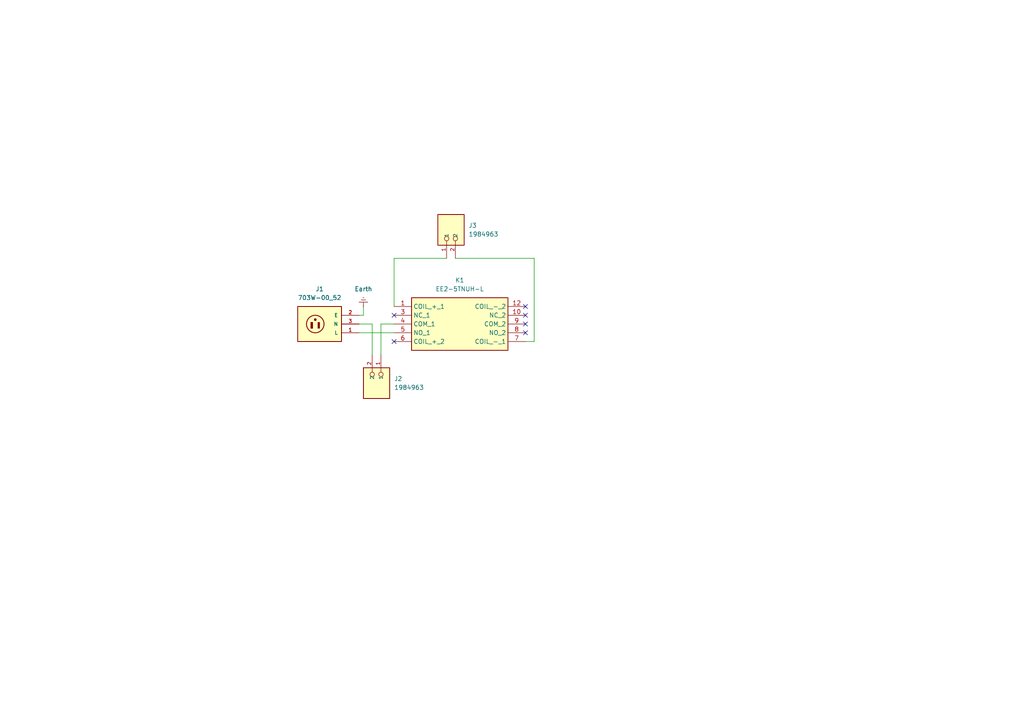
<source format=kicad_sch>
(kicad_sch (version 20231120) (generator "eeschema") (generator_version "8.0")
  (paper "A4")
  (lib_symbols
    (symbol "703W-00_52:703W-00_52" (pin_names (offset 1.016))
      (property "Reference" "J" (at -5.0817 5.5899 0))
      (property "Value" "703W-00_52" (at -5.0813 -7.6219 0))
      (symbol "703W-00_52_0_0"
        (rectangle (start -5.08 -5.08) (end 7.62 5.08) (stroke (width 0.254)) (fill (type background)))
        (rectangle (start 1.27 -0.508) (end 1.778 1.27) (stroke (width 0.1)) (fill (type outline)))
        (circle (center 2.54 -1.27) (radius 0.1778) (stroke (width 0.254)))
        (circle (center 2.54 -1.27) (radius 0.254) (stroke (width 0.254)))
        (circle (center 2.54 0) (radius 2.54) (stroke (width 0.254)))
        (rectangle (start 3.302 -0.508) (end 3.81 1.27) (stroke (width 0.1)) (fill (type outline)))
        (rectangle (start 3.302 -0.508) (end 3.81 1.27) (stroke (width 0.1)) (fill (type outline)))
        (pin power_in line (at -10.16 2.54 0) (length 5.08) (name "L") (number "1"))
        (pin power_in line (at -10.16 -2.54 0) (length 5.08) (name "E") (number "2"))
        (pin power_in line (at -10.16 0 0) (length 5.08) (name "N") (number "3"))
      )
    )
    (symbol "CONN_1984963:1984963" (pin_names (offset 1.016))
      (property "Reference" "J" (at -2.54 3.302 0))
      (property "Value" "1984963" (at -2.54 -7.62 0))
      (symbol "1984963_0_0"
        (rectangle (start -3.81 -5.08) (end 5.08 2.54) (stroke (width 0.254)) (fill (type background)))
        (circle (center -1.905 -2.54) (radius 0.635) (stroke (width 0.1524)))
        (circle (center -1.905 0) (radius 0.635) (stroke (width 0.1524)))
        (pin passive line (at -7.62 0 0) (length 5.08) (name "1") (number "1"))
        (pin passive line (at -7.62 -2.54 0) (length 5.08) (name "2") (number "2"))
      )
    )
    (symbol "EE2-5TNUH-L:EE2-5TNUH-L"
      (property "Reference" "K" (at 34.29 7.62 0))
      (property "Value" "EE2-5TNUH-L" (at 34.29 5.08 0))
      (symbol "EE2-5TNUH-L_1_1"
        (rectangle (start 5.08 2.54) (end 33.02 -12.7) (stroke (width 0.254)) (fill (type background)))
        (pin passive line (at 0 0 0) (length 5.08) (name "COIL_+_1") (number "1"))
        (pin passive line (at 38.1 -2.54 180) (length 5.08) (name "NC_2") (number "10"))
        (pin passive line (at 38.1 0 180) (length 5.08) (name "COIL_-_2") (number "12"))
        (pin passive line (at 0 -2.54 0) (length 5.08) (name "NC_1") (number "3"))
        (pin passive line (at 0 -5.08 0) (length 5.08) (name "COM_1") (number "4"))
        (pin passive line (at 0 -7.62 0) (length 5.08) (name "NO_1") (number "5"))
        (pin passive line (at 0 -10.16 0) (length 5.08) (name "COIL_+_2") (number "6"))
        (pin passive line (at 38.1 -10.16 180) (length 5.08) (name "COIL_-_1") (number "7"))
        (pin passive line (at 38.1 -7.62 180) (length 5.08) (name "NO_2") (number "8"))
        (pin passive line (at 38.1 -5.08 180) (length 5.08) (name "COM_2") (number "9"))
      )
    )
    (symbol "power:Earth" (power) (pin_numbers hide) (pin_names (offset 0) hide)
      (property "Value" "Earth" (at 0 -3.81 0))
      (symbol "Earth_0_1"
        (polyline (pts (xy -0.635 -1.905) (xy 0.635 -1.905)))
        (polyline (pts (xy -0.127 -2.54) (xy 0.127 -2.54)))
        (polyline (pts (xy 0 -1.27) (xy 0 0)))
        (polyline (pts (xy 1.27 -1.27) (xy -1.27 -1.27)))
      )
      (symbol "Earth_1_1"
        (pin power_in line (at 0 0 270) (length 0) (name "~") (number "1"))
      )
    )
  )
  (no_connect (at 152.4 93.98))
  (no_connect (at 152.4 91.44))
  (no_connect (at 152.4 88.9))
  (no_connect (at 114.3 91.44))
  (no_connect (at 114.3 99.06))
  (no_connect (at 152.4 96.52))
  (wire (pts (xy 114.3 93.98) (xy 110.49 93.98)))
  (wire (pts (xy 154.94 99.06) (xy 154.94 74.93)))
  (wire (pts (xy 104.14 96.52) (xy 114.3 96.52)))
  (wire (pts (xy 152.4 99.06) (xy 154.94 99.06)))
  (wire (pts (xy 154.94 74.93) (xy 132.08 74.93)))
  (wire (pts (xy 110.49 93.98) (xy 110.49 102.87)))
  (wire (pts (xy 114.3 74.93) (xy 129.54 74.93)))
  (wire (pts (xy 104.14 91.44) (xy 105.41 91.44)))
  (wire (pts (xy 107.95 93.98) (xy 107.95 102.87)))
  (wire (pts (xy 114.3 88.9) (xy 114.3 74.93)))
  (wire (pts (xy 105.41 91.44) (xy 105.41 88.9)))
  (wire (pts (xy 104.14 93.98) (xy 107.95 93.98)))
  (symbol (lib_id "703W-00_52:703W-00_52") (at 93.98 93.98 180) (unit 1)
    (property "Reference" "J1" (at 92.71 83.82 0))
    (property "Value" "703W-00_52" (at 92.71 86.36 0))
    (property "Footprint" "vendor_eda:QUALTEK_703W-00_52" (effects (hide yes)))
    (property "PARTREV" "B" (effects (hide yes)))
    (property "STANDARD" "Manufacturer Recommendations" (effects (hide yes)))
    (property "MANUFACTURER" "Qualtek" (effects (hide yes)))
  )
  (symbol (lib_id "EE2-5TNUH-L:EE2-5TNUH-L") (at 114.3 88.9 0) (unit 1)
    (property "Reference" "K1" (at 133.35 81.28 0))
    (property "Value" "EE2-5TNUH-L" (at 133.35 83.82 0))
    (property "Footprint" "vendor_eda:EE25TNU" (effects (hide yes)))
    (property "Datasheet" "https://content.kemet.com/datasheets/KEM_R7002_EC2_EE2.pdf" (effects (hide yes)))
    (property "Description" "KEMET, EE2, Relays, Signal, 5 V, 220 V, 250 VAC, 2 A, 75 mOhms, 1 GOhms, 15mm, 7.5mm, 10mm" (effects (hide yes)))
    (property "Height" "10" (effects (hide yes)))
    (property "Manufacturer_Name" "KEMET" (effects (hide yes)))
    (property "Manufacturer_Part_Number" "EE2-5TNUH-L" (effects (hide yes)))
    (property "Mouser Part Number" "80-EE2-5TNUH-L" (effects (hide yes)))
    (property "Mouser Price/Stock" "https://www.mouser.co.uk/ProductDetail/KEMET/EE2-5TNUH-L?qs=BenOyfdfArpbvs8aYLetuA%3D%3D" (effects (hide yes)))
    (property "Arrow Part Number" "EE2-5TNUH-L" (effects (hide yes)))
    (property "Arrow Price/Stock" "https://www.arrow.com/en/products/ee2-5tnuh-l/kemet-corporation?utm_currency=USD&region=nac" (effects (hide yes)))
  )
  (symbol (lib_id "power:Earth") (at 105.41 88.9 180) (unit 1)
    (property "Reference" "#PWR01" (effects (hide yes)))
    (property "Value" "Earth" (at 105.41 83.82 0))
    (property "Description" "Power symbol creates a global label with name \"Earth\"" (effects (hide yes)))
  )
  (symbol (lib_id "CONN_1984963:1984963") (at 110.49 110.49 270) (unit 1)
    (property "Reference" "J2" (at 114.3 109.8549 90) (effects (justify left)))
    (property "Value" "1984963" (at 114.3 112.3949 90) (effects (justify left)))
    (property "Footprint" "1984963:PHOENIX_1984963" (effects (hide yes)))
    (property "PARTREV" "18.07.2018" (effects (hide yes)))
    (property "STANDARD" "Manufacturer Recommendations" (effects (hide yes)))
    (property "MAXIMUM_PACKAGE_HEIGHT" "13.1mm" (effects (hide yes)))
    (property "MANUFACTURER" "Phoenix Contact" (effects (hide yes)))
  )
  (symbol (lib_id "CONN_1984963:1984963") (at 129.54 67.31 90) (unit 1)
    (property "Reference" "J3" (at 135.89 65.4049 90) (effects (justify right)))
    (property "Value" "1984963" (at 135.89 67.9449 90) (effects (justify right)))
    (property "Footprint" "1984963:PHOENIX_1984963" (effects (hide yes)))
    (property "PARTREV" "18.07.2018" (effects (hide yes)))
    (property "STANDARD" "Manufacturer Recommendations" (effects (hide yes)))
    (property "MAXIMUM_PACKAGE_HEIGHT" "13.1mm" (effects (hide yes)))
    (property "MANUFACTURER" "Phoenix Contact" (effects (hide yes)))
  )
)
</source>
